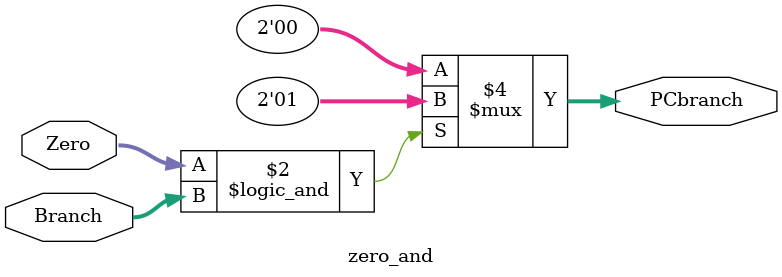
<source format=v>
`timescale 1ns / 1ps


module zero_and(Branch, Zero,PCbranch);
    input [1:0] Branch, Zero;
    output reg [1:0] PCbranch;
    always @(*)
    begin
    if(Zero && Branch) PCbranch =1;
    else
    PCbranch = 0;
    end
endmodule

</source>
